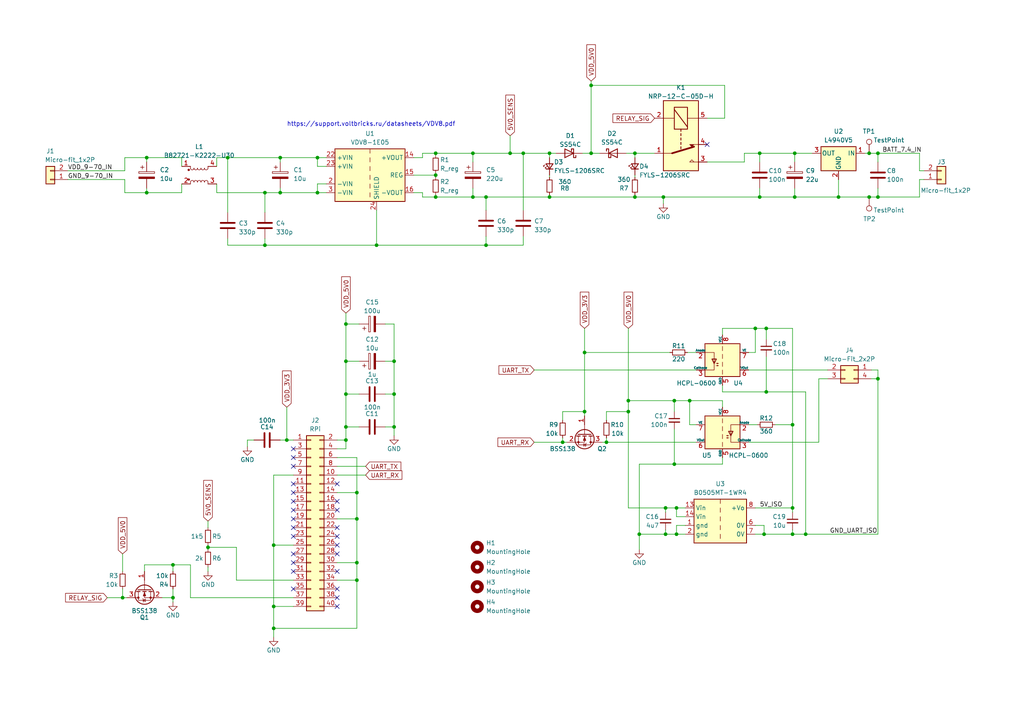
<source format=kicad_sch>
(kicad_sch (version 20231120) (generator "eeschema") (generator_version "8.0")
  (paper "A4")
  (lib_symbols
    (symbol "Conn_02x02_Odd_Even_1" (pin_names (offset 1.016) hide)
      (property "Reference" "J4" (at 1.27 5.715 0))
      (property "Value" "Micro-Fit_2x2P" (at 1.27 3.175 0))
      (symbol "Conn_02x02_Odd_Even_1_1_1"
        (pin passive line (at 7.62 0 180) (length 3.81) (name "Pin_2") (number "1"))
        (pin passive line (at -5.08 0 0) (length 3.81) (name "Pin_1") (number "2"))
        (pin passive line (at -5.08 -2.54 0) (length 3.81) (name "Pin_3") (number "3"))
        (pin passive line (at 7.62 -2.54 180) (length 3.81) (name "Pin_4") (number "4"))
      )
    )
    (symbol "Connector:TestPoint" (pin_numbers hide) (pin_names (offset 0.762) hide)
      (property "Reference" "TP" (at 0 6.858 0))
      (property "Value" "TestPoint" (at 0 5.08 0))
      (symbol "TestPoint_1_1"
        (pin passive line (at 0 0 90) (length 2.54) (name "1") (number "1"))
      )
    )
    (symbol "Connector_Generic:Conn_01x02" (pin_names (offset 1.016) hide)
      (property "Reference" "J" (at 0 2.54 0))
      (property "Value" "Conn_01x02" (at 0 -5.08 0))
      (symbol "Conn_01x02_1_1"
        (pin passive line (at -5.08 0 0) (length 3.81) (name "Pin_1") (number "1"))
        (pin passive line (at -5.08 -2.54 0) (length 3.81) (name "Pin_2") (number "2"))
      )
    )
    (symbol "Connector_Generic:Conn_02x20_Odd_Even" (pin_names (offset 1.016) hide)
      (property "Reference" "J" (at 1.27 25.4 0))
      (property "Value" "Conn_02x20_Odd_Even" (at 1.27 -27.94 0))
      (symbol "Conn_02x20_Odd_Even_1_1"
        (pin passive line (at -5.08 22.86 0) (length 3.81) (name "Pin_1") (number "1"))
        (pin passive line (at 7.62 12.7 180) (length 3.81) (name "Pin_10") (number "10"))
        (pin passive line (at -5.08 10.16 0) (length 3.81) (name "Pin_11") (number "11"))
        (pin passive line (at 7.62 10.16 180) (length 3.81) (name "Pin_12") (number "12"))
        (pin passive line (at -5.08 7.62 0) (length 3.81) (name "Pin_13") (number "13"))
        (pin passive line (at 7.62 7.62 180) (length 3.81) (name "Pin_14") (number "14"))
        (pin passive line (at -5.08 5.08 0) (length 3.81) (name "Pin_15") (number "15"))
        (pin passive line (at 7.62 5.08 180) (length 3.81) (name "Pin_16") (number "16"))
        (pin passive line (at -5.08 2.54 0) (length 3.81) (name "Pin_17") (number "17"))
        (pin passive line (at 7.62 2.54 180) (length 3.81) (name "Pin_18") (number "18"))
        (pin passive line (at -5.08 0 0) (length 3.81) (name "Pin_19") (number "19"))
        (pin passive line (at 7.62 22.86 180) (length 3.81) (name "Pin_2") (number "2"))
        (pin passive line (at 7.62 0 180) (length 3.81) (name "Pin_20") (number "20"))
        (pin passive line (at -5.08 -2.54 0) (length 3.81) (name "Pin_21") (number "21"))
        (pin passive line (at 7.62 -2.54 180) (length 3.81) (name "Pin_22") (number "22"))
        (pin passive line (at -5.08 -5.08 0) (length 3.81) (name "Pin_23") (number "23"))
        (pin passive line (at 7.62 -5.08 180) (length 3.81) (name "Pin_24") (number "24"))
        (pin passive line (at -5.08 -7.62 0) (length 3.81) (name "Pin_25") (number "25"))
        (pin passive line (at 7.62 -7.62 180) (length 3.81) (name "Pin_26") (number "26"))
        (pin passive line (at -5.08 -10.16 0) (length 3.81) (name "Pin_27") (number "27"))
        (pin passive line (at 7.62 -10.16 180) (length 3.81) (name "Pin_28") (number "28"))
        (pin passive line (at -5.08 -12.7 0) (length 3.81) (name "Pin_29") (number "29"))
        (pin passive line (at -5.08 20.32 0) (length 3.81) (name "Pin_3") (number "3"))
        (pin passive line (at 7.62 -12.7 180) (length 3.81) (name "Pin_30") (number "30"))
        (pin passive line (at -5.08 -15.24 0) (length 3.81) (name "Pin_31") (number "31"))
        (pin passive line (at 7.62 -15.24 180) (length 3.81) (name "Pin_32") (number "32"))
        (pin passive line (at -5.08 -17.78 0) (length 3.81) (name "Pin_33") (number "33"))
        (pin passive line (at 7.62 -17.78 180) (length 3.81) (name "Pin_34") (number "34"))
        (pin passive line (at -5.08 -20.32 0) (length 3.81) (name "Pin_35") (number "35"))
        (pin passive line (at 7.62 -20.32 180) (length 3.81) (name "Pin_36") (number "36"))
        (pin passive line (at -5.08 -22.86 0) (length 3.81) (name "Pin_37") (number "37"))
        (pin passive line (at 7.62 -22.86 180) (length 3.81) (name "Pin_38") (number "38"))
        (pin passive line (at -5.08 -25.4 0) (length 3.81) (name "Pin_39") (number "39"))
        (pin passive line (at 7.62 20.32 180) (length 3.81) (name "Pin_4") (number "4"))
        (pin passive line (at 7.62 -25.4 180) (length 3.81) (name "Pin_40") (number "40"))
        (pin passive line (at -5.08 17.78 0) (length 3.81) (name "Pin_5") (number "5"))
        (pin passive line (at 7.62 17.78 180) (length 3.81) (name "Pin_6") (number "6"))
        (pin passive line (at -5.08 15.24 0) (length 3.81) (name "Pin_7") (number "7"))
        (pin passive line (at 7.62 15.24 180) (length 3.81) (name "Pin_8") (number "8"))
        (pin passive line (at -5.08 12.7 0) (length 3.81) (name "Pin_9") (number "9"))
      )
    )
    (symbol "Device:C" (pin_numbers hide) (pin_names (offset 0.254))
      (property "Reference" "C" (at 0.635 2.54 0))
      (property "Value" "C" (at 0.635 -2.54 0))
      (symbol "C_1_1"
        (pin passive line (at 0 3.81 270) (length 2.794) (name "~") (number "1"))
        (pin passive line (at 0 -3.81 90) (length 2.794) (name "~") (number "2"))
      )
    )
    (symbol "Device:C_Polarized" (pin_numbers hide) (pin_names (offset 0.254))
      (property "Reference" "C" (at 0.635 2.54 0))
      (property "Value" "C_Polarized" (at 0.635 -2.54 0))
      (symbol "C_Polarized_1_1"
        (pin passive line (at 0 3.81 270) (length 2.794) (name "~") (number "1"))
        (pin passive line (at 0 -3.81 90) (length 2.794) (name "~") (number "2"))
      )
    )
    (symbol "Device:C_Small" (pin_numbers hide) (pin_names (offset 0.254) hide)
      (property "Reference" "C" (at 0.254 1.778 0))
      (property "Value" "C_Small" (at 0.254 -2.032 0))
      (symbol "C_Small_1_1"
        (pin passive line (at 0 2.54 270) (length 2.032) (name "~") (number "1"))
        (pin passive line (at 0 -2.54 90) (length 2.032) (name "~") (number "2"))
      )
    )
    (symbol "Device:D_Schottky" (pin_numbers hide) (pin_names (offset 1.016) hide)
      (property "Reference" "D" (at 0 2.54 0))
      (property "Value" "D_Schottky" (at 0 -2.54 0))
      (symbol "D_Schottky_1_1"
        (pin passive line (at -3.81 0 0) (length 2.54) (name "K") (number "1"))
        (pin passive line (at 3.81 0 180) (length 2.54) (name "A") (number "2"))
      )
    )
    (symbol "Device:LED_Small" (pin_numbers hide) (pin_names (offset 0.254) hide)
      (property "Reference" "D" (at -1.27 3.175 0))
      (property "Value" "LED_Small" (at -4.445 -2.54 0))
      (symbol "LED_Small_1_1"
        (pin passive line (at -2.54 0 0) (length 1.778) (name "K") (number "1"))
        (pin passive line (at 2.54 0 180) (length 1.778) (name "A") (number "2"))
      )
    )
    (symbol "Device:L_Coupled" (pin_names (offset 0.254) hide)
      (property "Reference" "L1" (at 0 8.255 0))
      (property "Value" "B82721-K2222-U30" (at 0 5.715 0))
      (symbol "L_Coupled_1_1"
        (pin passive line (at -5.08 2.54 0) (length 2.54) (name "1") (number "1"))
        (pin passive line (at -5.08 -2.54 0) (length 2.54) (name "2") (number "2"))
        (pin passive line (at 5.08 -2.54 180) (length 2.54) (name "3") (number "3"))
        (pin passive line (at 5.08 2.54 180) (length 2.54) (name "4") (number "4"))
      )
    )
    (symbol "Device:R_Small" (pin_numbers hide) (pin_names (offset 0.254) hide)
      (property "Reference" "R" (at 0.762 0.508 0))
      (property "Value" "R_Small" (at 0.762 -1.016 0))
      (symbol "R_Small_1_1"
        (pin passive line (at 0 2.54 270) (length 0.762) (name "~") (number "1"))
        (pin passive line (at 0 -2.54 90) (length 0.762) (name "~") (number "2"))
      )
    )
    (symbol "HCPL-0630_1" (pin_names (offset 0))
      (property "Reference" "U46" (at 3.175 -6.35 0))
      (property "Value" "HCPL-0600" (at -13.335 -6.35 0))
      (symbol "HCPL-0630_1_1_1"
        (pin passive line (at -7.62 2.54 0) (length 2.54) (name "Anode") (number "2"))
        (pin passive line (at -7.62 -2.54 0) (length 2.54) (name "Cathode") (number "3"))
        (pin power_in line (at 0 -6.985 90) (length 2.54) (name "GND") (number "5"))
        (pin open_collector line (at 7.62 -2.54 180) (length 2.54) (name "VOut") (number "6"))
        (pin open_collector line (at 7.62 2.54 180) (length 2.54) (name "VE") (number "7"))
        (pin power_in line (at 0 7.62 270) (length 2.54) (name "VCC") (number "8"))
      )
    )
    (symbol "ISO1050DUB_1"
      (property "Reference" "U4" (at 0 9.525 0))
      (property "Value" "ISO1050DUB" (at 0 6.985 0))
      (symbol "ISO1050DUB_1_1_1"
        (pin input line (at -10.16 -2.54 0) (length 2.54) (name "gnd") (number "1"))
        (pin power_in line (at -10.16 2.54 0) (length 2.54) (name "Vin") (number "13"))
        (pin output line (at -10.16 0 0) (length 2.54) (name "Vin") (number "14"))
        (pin power_in line (at -10.16 -5.08 0) (length 2.54) (name "gnd") (number "2"))
        (pin power_in line (at 10.16 -2.54 180) (length 2.54) (name "0V") (number "6"))
        (pin power_in line (at 10.16 -5.08 180) (length 2.54) (name "0V") (number "7"))
        (pin bidirectional line (at 10.16 2.54 180) (length 2.54) (name "+Vo") (number "8"))
      )
    )
    (symbol "Mechanical:MountingHole" (pin_names (offset 1.016))
      (property "Reference" "H" (at 0 5.08 0))
      (property "Value" "MountingHole" (at 0 3.175 0))
    )
    (symbol "Regulator_Linear:L7805" (pin_names (offset 0.254))
      (property "Reference" "U" (at -3.81 3.175 0))
      (property "Value" "L7805" (at 0 3.175 0))
      (symbol "L7805_1_1"
        (pin power_in line (at -7.62 0 0) (length 2.54) (name "IN") (number "1"))
        (pin power_in line (at 0 -7.62 90) (length 2.54) (name "GND") (number "2"))
        (pin power_out line (at 7.62 0 180) (length 2.54) (name "OUT") (number "3"))
      )
    )
    (symbol "Relay:SANYOU_SRD_Form_C"
      (property "Reference" "K" (at 11.43 3.81 0))
      (property "Value" "SANYOU_SRD_Form_C" (at 11.43 1.27 0))
      (symbol "SANYOU_SRD_Form_C_1_1"
        (pin passive line (at 5.08 -7.62 90) (length 2.54) (name "~") (number "1"))
        (pin passive line (at -5.08 -7.62 90) (length 2.54) (name "~") (number "2"))
        (pin passive line (at 7.62 7.62 270) (length 2.54) (name "~") (number "3"))
        (pin passive line (at 2.54 7.62 270) (length 2.54) (name "~") (number "4"))
        (pin passive line (at -5.08 7.62 270) (length 2.54) (name "~") (number "5"))
      )
    )
    (symbol "TMR-1211_1"
      (property "Reference" "U1" (at 0 12.065 0))
      (property "Value" "VDV8-1E05" (at 0 9.525 0))
      (symbol "TMR-1211_1_1_1"
        (pin power_out line (at 12.7 5.08 180) (length 2.54) (name "+VOUT") (number "14"))
        (pin power_out line (at 12.7 0 180) (length 2.54) (name "REG") (number "15"))
        (pin power_out line (at 12.7 -5.08 180) (length 2.54) (name "-VOUT") (number "16"))
        (pin power_in line (at -12.7 -2.54 0) (length 2.54) (name "-VIN") (number "2"))
        (pin power_in line (at -12.7 5.08 0) (length 2.54) (name "+VIN") (number "22"))
        (pin power_in line (at -12.7 2.54 0) (length 2.54) (name "+VIN") (number "23"))
        (pin bidirectional line (at 1.905 -10.16 90) (length 2.54) (name "SHIELD") (number "24"))
        (pin power_in line (at -12.7 -5.08 0) (length 2.54) (name "-VIN") (number "3"))
      )
    )
    (symbol "Transistor_FET:BSS138" (pin_names hide)
      (property "Reference" "Q" (at 5.08 1.905 0))
      (property "Value" "BSS138" (at 5.08 0 0))
      (symbol "BSS138_1_1"
        (pin input line (at -5.08 0 0) (length 2.54) (name "G") (number "1"))
        (pin passive line (at 2.54 -5.08 90) (length 2.54) (name "S") (number "2"))
        (pin passive line (at 2.54 5.08 270) (length 2.54) (name "D") (number "3"))
      )
    )
    (symbol "power:GND" (power) (pin_names (offset 0))
      (property "Value" "GND" (at 0 -3.81 0))
      (symbol "GND_1_1"
        (pin power_in line (at 0 0 270) (length 0) hide (name "GND") (number "1"))
      )
    )
  )
  (junction (at 140.97 71.12))
  (junction (at 169.545 102.235))
  (junction (at 252.095 57.15))
  (junction (at 233.68 154.94))
  (junction (at 222.25 113.665))
  (junction (at 182.245 119.38))
  (junction (at 230.505 57.15))
  (junction (at 163.195 128.27))
  (junction (at 175.895 128.27))
  (junction (at 171.45 24.765))
  (junction (at 159.385 44.45))
  (junction (at 137.16 57.15))
  (junction (at 221.615 154.94))
  (junction (at 114.3 114.3))
  (junction (at 229.87 123.19))
  (junction (at 196.215 147.32))
  (junction (at 229.87 147.32))
  (junction (at 182.245 116.205))
  (junction (at 252.095 44.45))
  (junction (at 103.505 168.275))
  (junction (at 169.545 119.38))
  (junction (at 50.165 163.83))
  (junction (at 76.835 55.88))
  (junction (at 79.375 175.895))
  (junction (at 100.33 114.3))
  (junction (at 137.16 44.45))
  (junction (at 109.22 71.12))
  (junction (at 66.04 45.72))
  (junction (at 126.365 44.45))
  (junction (at 103.505 142.875))
  (junction (at 103.505 150.495))
  (junction (at 192.405 57.15))
  (junction (at 92.075 55.88))
  (junction (at 42.545 45.72))
  (junction (at 184.15 44.45))
  (junction (at 230.505 44.45))
  (junction (at 83.185 127.635))
  (junction (at 100.33 123.825))
  (junction (at 159.385 57.15))
  (junction (at 100.33 104.775))
  (junction (at 195.58 116.205))
  (junction (at 103.505 163.195))
  (junction (at 92.075 45.72))
  (junction (at 254.635 44.45))
  (junction (at 220.345 44.45))
  (junction (at 193.04 147.32))
  (junction (at 114.3 123.825))
  (junction (at 200.025 116.205))
  (junction (at 229.87 154.94))
  (junction (at 151.765 44.45))
  (junction (at 140.97 57.15))
  (junction (at 126.365 50.8))
  (junction (at 171.45 44.45))
  (junction (at 147.955 44.45))
  (junction (at 79.375 158.115))
  (junction (at 193.04 154.94))
  (junction (at 60.325 158.75))
  (junction (at 126.365 57.15))
  (junction (at 81.28 45.72))
  (junction (at 184.15 57.15))
  (junction (at 220.345 57.15))
  (junction (at 114.3 104.775))
  (junction (at 185.42 154.94))
  (junction (at 196.215 154.94))
  (junction (at 81.28 55.88))
  (junction (at 222.25 95.25))
  (junction (at 243.205 57.15))
  (junction (at 254.635 109.855))
  (junction (at 42.545 55.88))
  (junction (at 35.56 173.355))
  (junction (at 219.075 95.25))
  (junction (at 195.58 134.62))
  (junction (at 254.635 57.15))
  (junction (at 100.33 93.98))
  (junction (at 50.165 173.355))
  (junction (at 100.33 127.635))
  (junction (at 76.835 71.12))
  (junction (at 79.375 182.245))
  (no_connect (at 97.79 165.735))
  (no_connect (at 85.09 150.495))
  (no_connect (at 85.09 140.335))
  (no_connect (at 97.79 145.415))
  (no_connect (at 97.79 173.355))
  (no_connect (at 97.79 147.955))
  (no_connect (at 85.09 130.175))
  (no_connect (at 97.79 155.575))
  (no_connect (at 205.105 41.91))
  (no_connect (at 85.09 135.255))
  (no_connect (at 85.09 153.035))
  (no_connect (at 85.09 163.195))
  (no_connect (at 85.09 165.735))
  (no_connect (at 97.79 140.335))
  (no_connect (at 85.09 147.955))
  (no_connect (at 85.09 132.715))
  (no_connect (at 85.09 142.875))
  (no_connect (at 85.09 145.415))
  (no_connect (at 85.09 155.575))
  (no_connect (at 97.79 175.895))
  (no_connect (at 97.79 160.655))
  (no_connect (at 97.79 158.115))
  (no_connect (at 85.09 170.815))
  (no_connect (at 97.79 170.815))
  (no_connect (at 85.09 160.655))
  (no_connect (at 97.79 153.035))
  (wire (pts (xy 171.45 24.765) (xy 171.45 44.45)))
  (wire (pts (xy 76.835 71.12) (xy 66.04 71.12)))
  (wire (pts (xy 266.7 44.45) (xy 266.7 49.53)))
  (wire (pts (xy 50.165 173.355) (xy 50.165 170.815)))
  (wire (pts (xy 62.865 55.88) (xy 76.835 55.88)))
  (wire (pts (xy 169.545 95.25) (xy 169.545 102.235)))
  (wire (pts (xy 184.15 56.515) (xy 184.15 57.15)))
  (wire (pts (xy 210.185 24.765) (xy 171.45 24.765)))
  (wire (pts (xy 36.195 49.53) (xy 19.685 49.53)))
  (wire (pts (xy 97.79 127.635) (xy 100.33 127.635)))
  (wire (pts (xy 126.365 57.15) (xy 137.16 57.15)))
  (wire (pts (xy 159.385 50.8) (xy 159.385 51.435)))
  (wire (pts (xy 193.04 153.67) (xy 193.04 154.94)))
  (wire (pts (xy 220.345 57.15) (xy 230.505 57.15)))
  (wire (pts (xy 52.705 48.26) (xy 52.705 45.72)))
  (wire (pts (xy 171.45 44.45) (xy 173.99 44.45)))
  (wire (pts (xy 182.245 119.38) (xy 182.245 147.32)))
  (wire (pts (xy 106.045 135.255) (xy 97.79 135.255)))
  (wire (pts (xy 94.615 53.34) (xy 92.075 53.34)))
  (wire (pts (xy 196.215 147.32) (xy 193.04 147.32)))
  (wire (pts (xy 196.215 154.94) (xy 193.04 154.94)))
  (wire (pts (xy 182.245 95.25) (xy 182.245 116.205)))
  (wire (pts (xy 199.39 102.235) (xy 201.93 102.235)))
  (wire (pts (xy 219.075 102.235) (xy 219.075 95.25)))
  (wire (pts (xy 92.075 53.34) (xy 92.075 55.88)))
  (wire (pts (xy 266.7 52.07) (xy 266.7 57.15)))
  (wire (pts (xy 103.505 132.715) (xy 103.505 142.875)))
  (wire (pts (xy 31.115 173.355) (xy 35.56 173.355)))
  (wire (pts (xy 198.755 147.32) (xy 196.215 147.32)))
  (wire (pts (xy 100.33 123.825) (xy 100.33 127.635)))
  (wire (pts (xy 233.68 113.665) (xy 233.68 154.94)))
  (wire (pts (xy 209.55 118.11) (xy 209.55 116.205)))
  (wire (pts (xy 184.15 57.15) (xy 192.405 57.15)))
  (wire (pts (xy 164.465 128.27) (xy 163.195 128.27)))
  (wire (pts (xy 71.755 127.635) (xy 73.66 127.635)))
  (wire (pts (xy 42.545 55.88) (xy 36.195 55.88)))
  (wire (pts (xy 151.765 44.45) (xy 147.955 44.45)))
  (wire (pts (xy 163.195 128.27) (xy 163.195 127)))
  (wire (pts (xy 100.33 90.805) (xy 100.33 93.98)))
  (wire (pts (xy 52.705 55.88) (xy 42.545 55.88)))
  (wire (pts (xy 192.405 57.15) (xy 220.345 57.15)))
  (wire (pts (xy 35.56 160.655) (xy 35.56 165.735)))
  (wire (pts (xy 229.87 154.94) (xy 233.68 154.94)))
  (wire (pts (xy 100.33 114.3) (xy 104.14 114.3)))
  (wire (pts (xy 237.49 128.27) (xy 217.17 128.27)))
  (wire (pts (xy 120.015 55.88) (xy 122.555 55.88)))
  (wire (pts (xy 159.385 57.15) (xy 184.15 57.15)))
  (wire (pts (xy 254.635 44.45) (xy 254.635 46.99)))
  (wire (pts (xy 185.42 154.94) (xy 185.42 159.385)))
  (wire (pts (xy 205.105 34.29) (xy 210.185 34.29)))
  (wire (pts (xy 97.79 150.495) (xy 103.505 150.495)))
  (wire (pts (xy 209.55 113.665) (xy 222.25 113.665)))
  (wire (pts (xy 252.095 57.15) (xy 254.635 57.15)))
  (wire (pts (xy 230.505 54.61) (xy 230.505 57.15)))
  (wire (pts (xy 120.015 50.8) (xy 126.365 50.8)))
  (wire (pts (xy 126.365 44.45) (xy 137.16 44.45)))
  (wire (pts (xy 81.28 127.635) (xy 83.185 127.635)))
  (wire (pts (xy 79.375 158.115) (xy 85.09 158.115)))
  (wire (pts (xy 79.375 158.115) (xy 79.375 175.895)))
  (wire (pts (xy 229.87 153.67) (xy 229.87 154.94)))
  (wire (pts (xy 151.765 44.45) (xy 159.385 44.45)))
  (wire (pts (xy 151.765 44.45) (xy 151.765 60.96)))
  (wire (pts (xy 103.505 163.195) (xy 103.505 168.275)))
  (wire (pts (xy 100.33 123.825) (xy 104.14 123.825)))
  (wire (pts (xy 224.79 123.19) (xy 229.87 123.19)))
  (wire (pts (xy 104.14 104.775) (xy 100.33 104.775)))
  (wire (pts (xy 83.185 118.11) (xy 83.185 127.635)))
  (wire (pts (xy 169.545 119.38) (xy 163.195 119.38)))
  (wire (pts (xy 60.325 164.465) (xy 60.325 165.735)))
  (wire (pts (xy 92.075 48.26) (xy 92.075 45.72)))
  (wire (pts (xy 168.91 44.45) (xy 171.45 44.45)))
  (wire (pts (xy 140.97 57.15) (xy 159.385 57.15)))
  (wire (pts (xy 41.91 163.83) (xy 41.91 165.735)))
  (wire (pts (xy 254.635 57.15) (xy 266.7 57.15)))
  (wire (pts (xy 254.635 54.61) (xy 254.635 57.15)))
  (wire (pts (xy 122.555 44.45) (xy 126.365 44.45)))
  (wire (pts (xy 233.68 154.94) (xy 254.635 154.94)))
  (wire (pts (xy 215.9 46.99) (xy 205.105 46.99)))
  (wire (pts (xy 81.28 45.72) (xy 92.075 45.72)))
  (wire (pts (xy 182.245 147.32) (xy 193.04 147.32)))
  (wire (pts (xy 210.185 34.29) (xy 210.185 24.765)))
  (wire (pts (xy 252.095 44.45) (xy 250.825 44.45)))
  (wire (pts (xy 151.765 68.58) (xy 151.765 71.12)))
  (wire (pts (xy 175.895 119.38) (xy 182.245 119.38)))
  (wire (pts (xy 219.075 95.25) (xy 222.25 95.25)))
  (wire (pts (xy 193.04 147.32) (xy 193.04 148.59)))
  (wire (pts (xy 137.16 44.45) (xy 137.16 46.99)))
  (wire (pts (xy 62.865 55.88) (xy 62.865 53.34)))
  (wire (pts (xy 222.25 98.425) (xy 222.25 95.25)))
  (wire (pts (xy 195.58 116.205) (xy 200.025 116.205)))
  (wire (pts (xy 237.49 109.855) (xy 240.03 109.855)))
  (wire (pts (xy 79.375 137.795) (xy 79.375 158.115)))
  (wire (pts (xy 120.015 45.72) (xy 122.555 45.72)))
  (wire (pts (xy 62.865 45.72) (xy 62.865 48.26)))
  (wire (pts (xy 140.97 71.12) (xy 140.97 68.58)))
  (wire (pts (xy 66.04 45.72) (xy 81.28 45.72)))
  (wire (pts (xy 266.7 49.53) (xy 267.97 49.53)))
  (wire (pts (xy 114.3 93.98) (xy 114.3 104.775)))
  (wire (pts (xy 137.16 57.15) (xy 140.97 57.15)))
  (wire (pts (xy 50.165 173.355) (xy 50.165 174.625)))
  (wire (pts (xy 198.755 154.94) (xy 196.215 154.94)))
  (wire (pts (xy 79.375 182.245) (xy 79.375 175.895)))
  (wire (pts (xy 184.15 50.8) (xy 184.15 51.435)))
  (wire (pts (xy 68.58 168.275) (xy 85.09 168.275)))
  (wire (pts (xy 36.195 55.88) (xy 36.195 52.07)))
  (wire (pts (xy 81.28 55.88) (xy 81.28 54.61)))
  (wire (pts (xy 109.22 71.12) (xy 109.22 60.96)))
  (wire (pts (xy 175.895 119.38) (xy 175.895 121.92)))
  (wire (pts (xy 195.58 124.46) (xy 195.58 134.62)))
  (wire (pts (xy 230.505 57.15) (xy 243.205 57.15)))
  (wire (pts (xy 92.075 55.88) (xy 94.615 55.88)))
  (wire (pts (xy 209.55 113.665) (xy 209.55 111.76)))
  (wire (pts (xy 229.87 147.32) (xy 229.87 148.59)))
  (wire (pts (xy 122.555 45.72) (xy 122.555 44.45)))
  (wire (pts (xy 76.835 55.88) (xy 76.835 61.595)))
  (wire (pts (xy 219.075 152.4) (xy 221.615 152.4)))
  (wire (pts (xy 220.345 54.61) (xy 220.345 57.15)))
  (wire (pts (xy 111.76 93.98) (xy 114.3 93.98)))
  (wire (pts (xy 154.94 128.27) (xy 163.195 128.27)))
  (wire (pts (xy 83.185 127.635) (xy 85.09 127.635)))
  (wire (pts (xy 100.33 104.775) (xy 100.33 114.3)))
  (wire (pts (xy 41.91 163.83) (xy 50.165 163.83)))
  (wire (pts (xy 76.835 55.88) (xy 81.28 55.88)))
  (wire (pts (xy 222.25 95.25) (xy 229.87 95.25)))
  (wire (pts (xy 100.33 93.98) (xy 104.14 93.98)))
  (wire (pts (xy 140.97 57.15) (xy 140.97 60.96)))
  (wire (pts (xy 114.3 104.775) (xy 114.3 114.3)))
  (wire (pts (xy 196.215 149.86) (xy 196.215 147.32)))
  (wire (pts (xy 76.835 69.215) (xy 76.835 71.12)))
  (wire (pts (xy 97.79 130.175) (xy 100.33 130.175)))
  (wire (pts (xy 52.705 45.72) (xy 42.545 45.72)))
  (wire (pts (xy 215.9 44.45) (xy 220.345 44.45)))
  (wire (pts (xy 109.22 71.12) (xy 140.97 71.12)))
  (wire (pts (xy 111.76 123.825) (xy 114.3 123.825)))
  (wire (pts (xy 185.42 154.94) (xy 193.04 154.94)))
  (wire (pts (xy 200.025 116.205) (xy 209.55 116.205)))
  (wire (pts (xy 100.33 93.98) (xy 100.33 104.775)))
  (wire (pts (xy 50.165 163.83) (xy 55.245 163.83)))
  (wire (pts (xy 229.87 95.25) (xy 229.87 123.19)))
  (wire (pts (xy 209.55 134.62) (xy 209.55 132.715)))
  (wire (pts (xy 198.755 149.86) (xy 196.215 149.86)))
  (wire (pts (xy 126.365 50.165) (xy 126.365 50.8)))
  (wire (pts (xy 209.55 97.155) (xy 209.55 95.25)))
  (wire (pts (xy 92.075 45.72) (xy 94.615 45.72)))
  (wire (pts (xy 254.635 109.855) (xy 254.635 107.315)))
  (wire (pts (xy 60.325 158.75) (xy 60.325 159.385)))
  (wire (pts (xy 55.245 173.355) (xy 85.09 173.355)))
  (wire (pts (xy 169.545 119.38) (xy 169.545 120.65)))
  (wire (pts (xy 122.555 55.88) (xy 122.555 57.15)))
  (wire (pts (xy 220.345 44.45) (xy 230.505 44.45)))
  (wire (pts (xy 60.325 158.75) (xy 68.58 158.75)))
  (wire (pts (xy 126.365 57.15) (xy 126.365 56.515)))
  (wire (pts (xy 221.615 154.94) (xy 219.075 154.94)))
  (wire (pts (xy 175.895 128.27) (xy 175.895 127)))
  (wire (pts (xy 114.3 123.825) (xy 114.3 126.365)))
  (wire (pts (xy 200.025 123.19) (xy 200.025 116.205)))
  (wire (pts (xy 111.76 104.775) (xy 114.3 104.775)))
  (wire (pts (xy 106.045 137.795) (xy 97.79 137.795)))
  (wire (pts (xy 182.245 116.205) (xy 195.58 116.205)))
  (wire (pts (xy 222.25 113.665) (xy 233.68 113.665)))
  (wire (pts (xy 229.87 154.94) (xy 221.615 154.94)))
  (wire (pts (xy 254.635 44.45) (xy 252.095 44.45)))
  (wire (pts (xy 46.99 173.355) (xy 50.165 173.355)))
  (wire (pts (xy 174.625 128.27) (xy 175.895 128.27)))
  (wire (pts (xy 217.17 123.19) (xy 219.71 123.19)))
  (wire (pts (xy 42.545 55.88) (xy 42.545 54.61)))
  (wire (pts (xy 81.28 45.72) (xy 81.28 46.99)))
  (wire (pts (xy 254.635 109.855) (xy 254.635 154.94)))
  (wire (pts (xy 221.615 152.4) (xy 221.615 154.94)))
  (wire (pts (xy 266.7 52.07) (xy 267.97 52.07)))
  (wire (pts (xy 42.545 45.72) (xy 42.545 46.99)))
  (wire (pts (xy 195.58 119.38) (xy 195.58 116.205)))
  (wire (pts (xy 100.33 114.3) (xy 100.33 123.825)))
  (wire (pts (xy 137.16 54.61) (xy 137.16 57.15)))
  (wire (pts (xy 230.505 44.45) (xy 230.505 46.99)))
  (wire (pts (xy 79.375 175.895) (xy 85.09 175.895)))
  (wire (pts (xy 81.28 55.88) (xy 92.075 55.88)))
  (wire (pts (xy 254.635 107.315) (xy 252.73 107.315)))
  (wire (pts (xy 169.545 102.235) (xy 169.545 119.38)))
  (wire (pts (xy 52.705 53.34) (xy 52.705 55.88)))
  (wire (pts (xy 35.56 173.355) (xy 35.56 170.815)))
  (wire (pts (xy 181.61 44.45) (xy 184.15 44.45)))
  (wire (pts (xy 100.33 127.635) (xy 100.33 130.175)))
  (wire (pts (xy 97.79 142.875) (xy 103.505 142.875)))
  (wire (pts (xy 159.385 44.45) (xy 161.29 44.45)))
  (wire (pts (xy 209.55 95.25) (xy 219.075 95.25)))
  (wire (pts (xy 147.955 39.37) (xy 147.955 44.45)))
  (wire (pts (xy 79.375 137.795) (xy 85.09 137.795)))
  (wire (pts (xy 103.505 182.245) (xy 79.375 182.245)))
  (wire (pts (xy 254.635 44.45) (xy 266.7 44.45)))
  (wire (pts (xy 97.79 168.275) (xy 103.505 168.275)))
  (wire (pts (xy 126.365 50.8) (xy 126.365 51.435)))
  (wire (pts (xy 60.325 158.115) (xy 60.325 158.75)))
  (wire (pts (xy 103.505 142.875) (xy 103.505 150.495)))
  (wire (pts (xy 198.755 152.4) (xy 196.215 152.4)))
  (wire (pts (xy 94.615 48.26) (xy 92.075 48.26)))
  (wire (pts (xy 76.835 71.12) (xy 109.22 71.12)))
  (wire (pts (xy 159.385 56.515) (xy 159.385 57.15)))
  (wire (pts (xy 103.505 150.495) (xy 103.505 163.195)))
  (wire (pts (xy 103.505 168.275) (xy 103.505 182.245)))
  (wire (pts (xy 140.97 71.12) (xy 151.765 71.12)))
  (wire (pts (xy 114.3 114.3) (xy 114.3 123.825)))
  (wire (pts (xy 184.15 44.45) (xy 184.15 45.72)))
  (wire (pts (xy 163.195 119.38) (xy 163.195 121.92)))
  (wire (pts (xy 171.45 23.495) (xy 171.45 24.765)))
  (wire (pts (xy 185.42 134.62) (xy 195.58 134.62)))
  (wire (pts (xy 66.04 45.72) (xy 66.04 61.595)))
  (wire (pts (xy 159.385 44.45) (xy 159.385 45.72)))
  (wire (pts (xy 126.365 44.45) (xy 126.365 45.085)))
  (wire (pts (xy 36.195 45.72) (xy 36.195 49.53)))
  (wire (pts (xy 252.73 109.855) (xy 254.635 109.855)))
  (wire (pts (xy 71.755 127.635) (xy 71.755 129.54)))
  (wire (pts (xy 79.375 182.245) (xy 79.375 184.785)))
  (wire (pts (xy 222.25 103.505) (xy 222.25 113.665)))
  (wire (pts (xy 68.58 158.75) (xy 68.58 168.275)))
  (wire (pts (xy 122.555 57.15) (xy 126.365 57.15)))
  (wire (pts (xy 97.79 163.195) (xy 103.505 163.195)))
  (wire (pts (xy 196.215 152.4) (xy 196.215 154.94)))
  (wire (pts (xy 175.895 128.27) (xy 201.93 128.27)))
  (wire (pts (xy 55.245 163.83) (xy 55.245 173.355)))
  (wire (pts (xy 147.955 44.45) (xy 137.16 44.45)))
  (wire (pts (xy 220.345 44.45) (xy 220.345 46.99)))
  (wire (pts (xy 230.505 44.45) (xy 235.585 44.45)))
  (wire (pts (xy 111.76 114.3) (xy 114.3 114.3)))
  (wire (pts (xy 19.685 52.07) (xy 36.195 52.07)))
  (wire (pts (xy 169.545 102.235) (xy 194.31 102.235)))
  (wire (pts (xy 217.17 107.315) (xy 240.03 107.315)))
  (wire (pts (xy 182.245 116.205) (xy 182.245 119.38)))
  (wire (pts (xy 217.17 102.235) (xy 219.075 102.235)))
  (wire (pts (xy 201.93 123.19) (xy 200.025 123.19)))
  (wire (pts (xy 66.04 71.12) (xy 66.04 69.215)))
  (wire (pts (xy 42.545 45.72) (xy 36.195 45.72)))
  (wire (pts (xy 192.405 57.15) (xy 192.405 59.055)))
  (wire (pts (xy 215.9 44.45) (xy 215.9 46.99)))
  (wire (pts (xy 97.79 132.715) (xy 103.505 132.715)))
  (wire (pts (xy 185.42 134.62) (xy 185.42 154.94)))
  (wire (pts (xy 60.325 151.13) (xy 60.325 153.035)))
  (wire (pts (xy 36.83 173.355) (xy 35.56 173.355)))
  (wire (pts (xy 243.205 52.07) (xy 243.205 57.15)))
  (wire (pts (xy 229.87 147.32) (xy 219.075 147.32)))
  (wire (pts (xy 184.15 44.45) (xy 189.865 44.45)))
  (wire (pts (xy 243.205 57.15) (xy 252.095 57.15)))
  (wire (pts (xy 237.49 109.855) (xy 237.49 128.27)))
  (wire (pts (xy 195.58 134.62) (xy 209.55 134.62)))
  (wire (pts (xy 154.94 107.315) (xy 201.93 107.315)))
  (wire (pts (xy 50.165 163.83) (xy 50.165 165.735)))
  (wire (pts (xy 229.87 123.19) (xy 229.87 147.32)))
  (wire (pts (xy 62.865 45.72) (xy 66.04 45.72)))
  (text "https://support.voltbricks.ru/datasheets/VDV8.pdf" (at 83.185 36.83 0) (effects (font (size 1.27 1.27)) (justify left bottom)))
  (label "GND_9-70_IN" (at 19.685 52.07 0))
  (label "GND_UART_ISO" (at 240.665 154.94 0))
  (label "BATT_7.4_IN" (at 255.905 44.45 0))
  (label "5V_ISO" (at 220.345 147.32 0))
  (label "VDD_9-70_IN" (at 19.685 49.53 0))
  (global_label "RELAY_SIG" (shape input) (at 189.865 34.29 180) (property "Intersheetrefs" "${INTERSHEET_REFS}" (effects (hide yes))))
  (global_label "VDD_3V3" (shape input) (at 169.545 95.25 90) (property "Intersheetrefs" "${INTERSHEET_REFS}" (effects (hide yes))))
  (global_label "VDD_5V0" (shape input) (at 182.245 95.25 90) (property "Intersheetrefs" "${INTERSHEET_REFS}" (effects (hide yes))))
  (global_label "UART_TX" (shape input) (at 106.045 135.255 0) (property "Intersheetrefs" "${INTERSHEET_REFS}" (effects (hide yes))))
  (global_label "5V0_SENS" (shape input) (at 147.955 39.37 90) (property "Intersheetrefs" "${INTERSHEET_REFS}" (effects (hide yes))))
  (global_label "VDD_5V0" (shape input) (at 35.56 160.655 90) (property "Intersheetrefs" "${INTERSHEET_REFS}" (effects (hide yes))))
  (global_label "VDD_3V3" (shape input) (at 83.185 118.11 90) (property "Intersheetrefs" "${INTERSHEET_REFS}" (effects (hide yes))))
  (global_label "RELAY_SIG" (shape input) (at 31.115 173.355 180) (property "Intersheetrefs" "${INTERSHEET_REFS}" (effects (hide yes))))
  (global_label "5V0_SENS" (shape input) (at 60.325 151.13 90) (property "Intersheetrefs" "${INTERSHEET_REFS}" (effects (hide yes))))
  (global_label "VDD_5V0" (shape input) (at 100.33 90.805 90) (property "Intersheetrefs" "${INTERSHEET_REFS}" (effects (hide yes))))
  (global_label "UART_TX" (shape input) (at 154.94 107.315 180) (property "Intersheetrefs" "${INTERSHEET_REFS}" (effects (hide yes))))
  (global_label "VDD_5V0" (shape input) (at 171.45 23.495 90) (property "Intersheetrefs" "${INTERSHEET_REFS}" (effects (hide yes))))
  (global_label "UART_RX" (shape input) (at 106.045 137.795 0) (property "Intersheetrefs" "${INTERSHEET_REFS}" (effects (hide yes))))
  (global_label "UART_RX" (shape input) (at 154.94 128.27 180) (property "Intersheetrefs" "${INTERSHEET_REFS}" (effects (hide yes))))
  (symbol (lib_id "Device:C_Polarized") (at 137.16 50.8 0) (unit 1)
    (property "Reference" "C5" (at 140.97 49.276 0) (effects (justify left)))
    (property "Value" "220u" (at 140.97 51.816 0) (effects (justify left)))
    (property "Footprint" "Capacitor_THT:CP_Radial_D10.0mm_P5.00mm" (effects (hide yes)))
    (property "Ссылка" "https://www.chipdip.ru/product0/9000239379" (effects (hide yes)))
    (property "Цена" "52" (effects (hide yes)))
    (property "Человекопонятное название" "Конденсатор электролитический" (effects (hide yes)))
  )
  (symbol (lib_id "Device:LED_Small") (at 184.15 48.26 90) (unit 1)
    (property "Reference" "D4" (at 185.42 48.26 90) (effects (justify right)))
    (property "Value" "FYLS-1206SRC" (at 185.42 50.8 90) (effects (justify right)))
    (property "Footprint" "Diode_SMD:D_1206_3216Metric" (effects (hide yes)))
    (property "Ссылка" "https://www.chipdip.ru/product0/8002031702" (effects (hide yes)))
    (property "Цена" "38" (effects (hide yes)))
    (property "Человекопонятное название" "Светодиод красный" (effects (hide yes)))
  )
  (symbol (lib_id "Mechanical:MountingHole") (at 138.43 170.18 0) (unit 1)
    (property "Reference" "H3" (at 140.97 168.91 0) (effects (justify left)))
    (property "Value" "MountingHole" (at 140.97 171.45 0) (effects (justify left)))
    (property "Footprint" "MountingHole:MountingHole_2.7mm_M2.5_Pad_Via" (effects (hide yes)))
  )
  (symbol (lib_id "Device:C") (at 107.95 114.3 90) (unit 1)
    (property "Reference" "C13" (at 109.855 110.49 90) (effects (justify left)))
    (property "Value" "1u" (at 109.22 108.585 90) (effects (justify left)))
    (property "Footprint" "Capacitor_SMD:C_1206_3216Metric" (effects (hide yes)))
    (property "Ссылка" "https://www.chipdip.ru/product/grm31mr71e105k" (effects (hide yes)))
    (property "Цена" "25" (effects (hide yes)))
    (property "Человекопонятное название" "Конденсатор керамический" (effects (hide yes)))
  )
  (symbol (lib_id "Device:R_Small") (at 50.165 168.275 180) (unit 1)
    (property "Reference" "R4" (at 48.895 169.545 0) (effects (justify left)))
    (property "Value" "10k" (at 48.895 167.005 0) (effects (justify left)))
    (property "Footprint" "Resistor_SMD:R_0805_2012Metric" (effects (hide yes)))
    (property "Ссылка" "https://www.chipdip.ru/product/0.125w-0805-10-kom-5" (effects (hide yes)))
    (property "Цена" "5" (effects (hide yes)))
    (property "Человекопонятное название" "Резистор 10k Ом" (effects (hide yes)))
  )
  (symbol (lib_id "Device:R_Small") (at 60.325 155.575 180) (unit 1)
    (property "Reference" "R5" (at 62.865 155.575 0))
    (property "Value" "1k5" (at 57.15 155.575 0))
    (property "Footprint" "Resistor_SMD:R_0603_1608Metric" (effects (hide yes)))
    (property "Ссылка" "https://www.chipdip.ru/product/0.1w-0603-1.5-kom-1" (effects (hide yes)))
    (property "Цена" "5" (effects (hide yes)))
    (property "Человекопонятное название" "Резистор 1К ОМ" (effects (hide yes)))
  )
  (symbol (lib_id "Connector:TestPoint") (at 252.095 44.45 0) (unit 1)
    (property "Reference" "TP1" (at 250.19 38.1 0) (effects (justify left)))
    (property "Value" "TestPoint" (at 253.365 40.64 0) (effects (justify left)))
    (property "Footprint" "TestPoint:TestPoint_THTPad_1.5x1.5mm_Drill0.7mm" (effects (hide yes)))
  )
  (symbol (lib_id "Transistor_FET:BSS138") (at 41.91 170.815 90) (mirror x) (unit 1)
    (property "Reference" "Q1" (at 41.91 179.07 90))
    (property "Value" "BSS138" (at 41.91 177.165 90))
    (property "Footprint" "Package_TO_SOT_SMD:SOT-23" (effects (hide yes)))
    (property "Datasheet" "https://www.onsemi.com/pub/Collateral/BSS138-D.PDF" (effects (hide yes)))
    (property "Ссылка" "https://www.chipdip.ru/product/bss138-umw" (effects (hide yes)))
    (property "Цена" "3" (effects (hide yes)))
    (property "Человекопонятное название" "Транзистор полевой n типа" (effects (hide yes)))
  )
  (symbol (lib_id "power:GND") (at 79.375 184.785 0) (unit 1)
    (property "Reference" "#PWR02" (effects (hide yes)))
    (property "Value" "GND" (at 79.375 188.595 0))
  )
  (symbol (lib_id "Connector_Generic:Conn_01x02") (at 273.05 52.07 0) (mirror x) (unit 1)
    (property "Reference" "J3" (at 273.05 46.99 0))
    (property "Value" "Micro-fit_1x2P" (at 274.32 55.245 0))
    (property "Footprint" "Connector_Molex:Molex_Micro-Fit_3.0_43045-0200_2x01_P3.00mm_Horizontal" (effects (hide yes)))
    (property "Ссылка" "https://www.chipdip.ru/product/sct3001wr-2x01p" (effects (hide yes)))
    (property "Цена" "29" (effects (hide yes)))
    (property "Человекопонятное название" "Коннектор micro-fit" (effects (hide yes)))
  )
  (symbol (lib_id "Device:C") (at 220.345 50.8 0) (unit 1)
    (property "Reference" "C10" (at 222.885 49.53 0) (effects (justify left)))
    (property "Value" "100n" (at 222.885 52.07 0) (effects (justify left)))
    (property "Footprint" "Capacitor_SMD:C_1206_3216Metric" (effects (hide yes)))
    (property "Ссылка" "https://www.chipdip.ru/product/grm319r71h104k" (effects (hide yes)))
    (property "Цена" "13" (effects (hide yes)))
    (property "Человекопонятное название" "Конденсатор керамический" (effects (hide yes)))
  )
  (symbol (lib_id "Device:L_Coupled") (at 57.785 50.8 0) (unit 1)
    (property "Reference" "L1" (at 57.785 42.545 0))
    (property "Value" "B82721-K2222-U30" (at 57.785 45.085 0))
    (property "Footprint" "user_lib:B82721-K2222-U30" (effects (hide yes)))
    (property "Ссылка" "https://www.chipdip.ru/product/b82721-k2222-u30-2x1000" (effects (hide yes)))
    (property "Цена" "380" (effects (hide yes)))
    (property "Человекопонятное название" "Дроссель подавления ЭМП" (effects (hide yes)))
  )
  (symbol (lib_id "Device:R_Small") (at 175.895 124.46 0) (mirror y) (unit 1)
    (property "Reference" "R10" (at 180.975 123.19 0) (effects (justify left)))
    (property "Value" "10k" (at 180.975 125.73 0) (effects (justify left)))
    (property "Footprint" "Resistor_SMD:R_0805_2012Metric" (effects (hide yes)))
    (property "Ссылка" "https://www.chipdip.ru/product/0.125w-0805-10-kom-5" (effects (hide yes)))
    (property "Цена" "5" (effects (hide yes)))
    (property "Человекопонятное название" "Резистор 10k Ом" (effects (hide yes)))
  )
  (symbol (lib_name "HCPL-0630_1") (lib_id "Isolator:HCPL-0630") (at 209.55 104.775 0) (unit 1)
    (property "Reference" "U4" (at 212.725 111.125 0) (effects (justify left)))
    (property "Value" "HCPL-0600" (at 196.215 111.125 0) (effects (justify left)))
    (property "Footprint" "Package_SO:SO-8_3.9x4.9mm_P1.27mm" (effects (hide yes)))
    (property "Datasheet" "https://docs.broadcom.com/docs/AV02-0940EN" (effects (hide yes)))
    (property "Человекопонятное название" "Оптопара одноканальная" (effects (hide yes)))
  )
  (symbol (lib_id "Mechanical:MountingHole") (at 138.43 158.75 0) (unit 1)
    (property "Reference" "H1" (at 140.97 157.48 0) (effects (justify left)))
    (property "Value" "MountingHole" (at 140.97 160.02 0) (effects (justify left)))
    (property "Footprint" "MountingHole:MountingHole_2.7mm_M2.5_Pad_Via" (effects (hide yes)))
  )
  (symbol (lib_id "Device:R_Small") (at 159.385 53.975 180) (unit 1)
    (property "Reference" "R8" (at 163.83 54.61 0))
    (property "Value" "360" (at 163.83 52.705 0))
    (property "Footprint" "Resistor_SMD:R_0603_1608Metric" (effects (hide yes)))
    (property "Ссылка" "https://www.chipdip.ru/product/0.1w-0603-360-om-1" (effects (hide yes)))
    (property "Цена" "5" (effects (hide yes)))
    (property "Человекопонятное название" "Резистор 360 Ом" (effects (hide yes)))
  )
  (symbol (lib_name "Conn_02x02_Odd_Even_1") (lib_id "Connector_Generic:Conn_02x02_Odd_Even") (at 245.11 107.315 0) (unit 1)
    (property "Reference" "J4" (at 246.38 101.6 0))
    (property "Value" "Micro-Fit_2x2P" (at 246.38 104.14 0))
    (property "Footprint" "Connector_Molex:Molex_Micro-Fit_3.0_43045-0400_2x02_P3.00mm_Horizontal" (effects (hide yes)))
    (property "Ссылка" "https://www.chipdip.ru/product/sct3001wr-2x02p" (effects (hide yes)))
    (property "Цена" "26" (effects (hide yes)))
    (property "Человекопонятное название" "Разъем Micro-Fit 2x2 М" (effects (hide yes)))
  )
  (symbol (lib_id "Device:C") (at 151.765 64.77 0) (unit 1)
    (property "Reference" "C7" (at 154.94 64.135 0) (effects (justify left)))
    (property "Value" "330p" (at 154.94 66.675 0) (effects (justify left)))
    (property "Footprint" "Capacitor_SMD:C_1206_3216Metric" (effects (hide yes)))
    (property "Ссылка" "https://www.chipdip.ru/product/grm31a7u2j331jw31d" (effects (hide yes)))
    (property "Цена" "25" (effects (hide yes)))
    (property "Человекопонятное название" "Керамический конденсатор" (effects (hide yes)))
  )
  (symbol (lib_id "Connector:TestPoint") (at 252.095 57.15 180) (unit 1)
    (property "Reference" "TP2" (at 254 63.5 0) (effects (justify left)))
    (property "Value" "TestPoint" (at 262.255 60.96 0) (effects (justify left)))
    (property "Footprint" "TestPoint:TestPoint_THTPad_1.5x1.5mm_Drill0.7mm" (effects (hide yes)))
  )
  (symbol (lib_id "Device:C") (at 254.635 50.8 0) (unit 1)
    (property "Reference" "C8" (at 257.175 49.53 0) (effects (justify left)))
    (property "Value" "100n" (at 257.175 52.07 0) (effects (justify left)))
    (property "Footprint" "Capacitor_SMD:C_1206_3216Metric" (effects (hide yes)))
    (property "Ссылка" "https://www.chipdip.ru/product/grm319r71h104k" (effects (hide yes)))
    (property "Цена" "13" (effects (hide yes)))
    (property "Человекопонятное название" "Конденсатор керамический" (effects (hide yes)))
  )
  (symbol (lib_id "Relay:SANYOU_SRD_Form_C") (at 197.485 39.37 270) (unit 1)
    (property "Reference" "K1" (at 197.485 25.4 90))
    (property "Value" "NRP-12-C-05D-H" (at 197.485 27.94 90))
    (property "Footprint" "user_lib:NRP-12-C-05D-H" (effects (hide yes)))
    (property "Ссылка" "https://www.chipdip.ru/product/nrp-12-c-05d-h" (effects (hide yes)))
    (property "Цена" "260" (effects (hide yes)))
    (property "Человекопонятное название" "электромех. реле" (effects (hide yes)))
  )
  (symbol (lib_id "Device:R_Small") (at 126.365 53.975 0) (unit 1)
    (property "Reference" "R2" (at 127.635 52.705 0) (effects (justify left)))
    (property "Value" "R_reg" (at 127.635 55.245 0) (effects (justify left)))
    (property "Footprint" "Resistor_SMD:R_0603_1608Metric" (effects (hide yes)))
  )
  (symbol (lib_id "Device:R_Small") (at 126.365 47.625 0) (unit 1)
    (property "Reference" "R1" (at 127.635 46.355 0) (effects (justify left)))
    (property "Value" "R_reg" (at 127.635 48.895 0) (effects (justify left)))
    (property "Footprint" "Resistor_SMD:R_0603_1608Metric" (effects (hide yes)))
  )
  (symbol (lib_id "Device:R_Small") (at 196.85 102.235 90) (unit 1)
    (property "Reference" "R11" (at 196.85 100.33 90))
    (property "Value" "220" (at 196.85 104.14 90))
    (property "Footprint" "Resistor_SMD:R_0603_1608Metric" (effects (hide yes)))
    (property "Ссылка" "https://www.chipdip.ru/product/0.1w-0603-220-om-1" (effects (hide yes)))
    (property "Цена" "5" (effects (hide yes)))
    (property "Человекопонятное название" "Резистор 220 Ом" (effects (hide yes)))
  )
  (symbol (lib_name "ISO1050DUB_1") (lib_id "Interface_CAN_LIN:ISO1050DUB") (at 208.915 149.86 0) (unit 1)
    (property "Reference" "U3" (at 208.915 140.335 0))
    (property "Value" "B0505MT-1WR4" (at 208.915 142.875 0))
    (property "Footprint" "user_lib:B0505MT-1WR4" (effects (hide yes)))
    (property "Ссылка" "https://www.chipdip.ru/product0/8003333290" (effects (hide yes)))
    (property "Цена" "120" (effects (hide yes)))
    (property "Человекопонятное название" "DC/DC преобразователь" (effects (hide yes)))
  )
  (symbol (lib_id "Transistor_FET:BSS138") (at 169.545 125.73 270) (unit 1)
    (property "Reference" "Q2" (at 174.625 130.175 90))
    (property "Value" "BSS138" (at 163.195 130.175 90))
    (property "Footprint" "Package_TO_SOT_SMD:SOT-23" (effects (hide yes)))
    (property "Datasheet" "https://www.onsemi.com/pub/Collateral/BSS138-D.PDF" (effects (hide yes)))
    (property "Ссылка" "https://www.chipdip.ru/product/bss138-umw" (effects (hide yes)))
    (property "Цена" "3" (effects (hide yes)))
    (property "Человекопонятное название" "Транзистор полевой n типа" (effects (hide yes)))
  )
  (symbol (lib_id "power:GND") (at 71.755 129.54 0) (unit 1)
    (property "Reference" "#PWR04" (effects (hide yes)))
    (property "Value" "GND" (at 71.755 133.35 0))
  )
  (symbol (lib_id "Device:C_Small") (at 195.58 121.92 0) (mirror y) (unit 1)
    (property "Reference" "C17" (at 193.675 120.65 0) (effects (justify left)))
    (property "Value" "100n" (at 193.675 123.19 0) (effects (justify left)))
    (property "Footprint" "Capacitor_SMD:C_0805_2012Metric" (effects (hide yes)))
    (property "Ссылка" "https://www.chipdip.ru/product/grm21br71h104k" (effects (hide yes)))
    (property "Цена" "13" (effects (hide yes)))
    (property "Человекопонятное название" "Конденсатор 100нФ" (effects (hide yes)))
  )
  (symbol (lib_id "power:GND") (at 114.3 126.365 0) (unit 1)
    (property "Reference" "#PWR03" (effects (hide yes)))
    (property "Value" "GND" (at 114.3 130.175 0))
  )
  (symbol (lib_id "Device:R_Small") (at 60.325 161.925 0) (unit 1)
    (property "Reference" "R6" (at 62.865 161.925 0))
    (property "Value" "2k" (at 57.785 161.925 0))
    (property "Footprint" "Resistor_SMD:R_0603_1608Metric" (effects (hide yes)))
    (property "Ссылка" "https://www.chipdip.ru/product/0.1w-0603-2-kom-1" (effects (hide yes)))
    (property "Цена" "5" (effects (hide yes)))
    (property "Человекопонятное название" "Резистор 2К ОМ" (effects (hide yes)))
  )
  (symbol (lib_id "Mechanical:MountingHole") (at 138.43 164.465 0) (unit 1)
    (property "Reference" "H2" (at 140.97 163.195 0) (effects (justify left)))
    (property "Value" "MountingHole" (at 140.97 165.735 0) (effects (justify left)))
    (property "Footprint" "MountingHole:MountingHole_2.7mm_M2.5_Pad_Via" (effects (hide yes)))
  )
  (symbol (lib_id "Connector_Generic:Conn_01x02") (at 14.605 52.07 180) (unit 1)
    (property "Reference" "J1" (at 14.605 43.815 0))
    (property "Value" "Micro-fit_1x2P" (at 20.32 46.355 0))
    (property "Footprint" "Connector_Molex:Molex_Micro-Fit_3.0_43045-0200_2x01_P3.00mm_Horizontal" (effects (hide yes)))
    (property "Ссылка" "https://www.chipdip.ru/product/sct3001wr-2x01p" (effects (hide yes)))
    (property "Цена" "29" (effects (hide yes)))
    (property "Человекопонятное название" "Коннектор micro-fit" (effects (hide yes)))
  )
  (symbol (lib_id "Device:C") (at 140.97 64.77 0) (unit 1)
    (property "Reference" "C6" (at 144.145 64.135 0) (effects (justify left)))
    (property "Value" "330p" (at 144.145 66.675 0) (effects (justify left)))
    (property "Footprint" "Capacitor_SMD:C_1206_3216Metric" (effects (hide yes)))
    (property "Ссылка" "https://www.chipdip.ru/product/grm31a7u2j331jw31d" (effects (hide yes)))
    (property "Цена" "25" (effects (hide yes)))
    (property "Человекопонятное название" "Керамический конденсатор" (effects (hide yes)))
  )
  (symbol (lib_id "Mechanical:MountingHole") (at 138.43 175.895 0) (unit 1)
    (property "Reference" "H4" (at 140.97 174.625 0) (effects (justify left)))
    (property "Value" "MountingHole" (at 140.97 177.165 0) (effects (justify left)))
    (property "Footprint" "MountingHole:MountingHole_2.7mm_M2.5_Pad_Via" (effects (hide yes)))
  )
  (symbol (lib_id "Connector_Generic:Conn_02x20_Odd_Even") (at 90.17 150.495 0) (unit 1)
    (property "Reference" "J2" (at 91.44 121.92 0))
    (property "Value" "RPi" (at 91.44 124.46 0))
    (property "Footprint" "Connector_PinSocket_2.54mm:PinSocket_2x20_P2.54mm_Vertical" (effects (hide yes)))
    (property "Ссылка" "https://www.chipdip.ru/product/pbd-40" (effects (hide yes)))
    (property "Цена" "29" (effects (hide yes)))
    (property "Человекопонятное название" "Разъем штыревой 2x20" (effects (hide yes)))
  )
  (symbol (lib_id "Device:R_Small") (at 184.15 53.975 180) (unit 1)
    (property "Reference" "R7" (at 180.975 54.61 0))
    (property "Value" "360" (at 180.975 52.07 0))
    (property "Footprint" "Resistor_SMD:R_0603_1608Metric" (effects (hide yes)))
    (property "Ссылка" "https://www.chipdip.ru/product/0.1w-0603-360-om-1" (effects (hide yes)))
    (property "Цена" "5" (effects (hide yes)))
    (property "Человекопонятное название" "Резистор 360 Ом" (effects (hide yes)))
  )
  (symbol (lib_id "Device:C_Polarized") (at 107.95 93.98 90) (unit 1)
    (property "Reference" "C15" (at 107.95 87.63 90))
    (property "Value" "100u" (at 107.95 90.17 90))
    (property "Footprint" "Capacitor_THT:CP_Radial_D6.3mm_P2.50mm" (effects (hide yes)))
    (property "Ссылка" "https://www.chipdip.ru/product0/14560" (effects (hide yes)))
    (property "Цена" "13" (effects (hide yes)))
    (property "Человекопонятное название" "Конденсатор электролитический" (effects (hide yes)))
  )
  (symbol (lib_id "Device:R_Small") (at 35.56 168.275 0) (mirror y) (unit 1)
    (property "Reference" "R3" (at 34.29 167.005 0) (effects (justify left)))
    (property "Value" "10k" (at 34.29 169.545 0) (effects (justify left)))
    (property "Footprint" "Resistor_SMD:R_0805_2012Metric" (effects (hide yes)))
    (property "Ссылка" "https://www.chipdip.ru/product/0.125w-0805-10-kom-5" (effects (hide yes)))
    (property "Цена" "5" (effects (hide yes)))
    (property "Человекопонятное название" "Резистор 10k Ом" (effects (hide yes)))
  )
  (symbol (lib_id "Device:C_Small") (at 229.87 151.13 0) (mirror y) (unit 1)
    (property "Reference" "C19" (at 227.965 149.86 0) (effects (justify left)))
    (property "Value" "10u" (at 227.965 152.4 0) (effects (justify left)))
    (property "Footprint" "Capacitor_SMD:C_0805_2012Metric" (effects (hide yes)))
    (property "Ссылка" "https://www.chipdip.ru/product/grm21br61e106ka73l" (effects (hide yes)))
    (property "Цена" "13" (effects (hide yes)))
    (property "Человекопонятное название" "Конденсатор 10мкФ" (effects (hide yes)))
  )
  (symbol (lib_id "Device:C") (at 76.835 65.405 0) (unit 1)
    (property "Reference" "C4" (at 80.01 64.77 0) (effects (justify left)))
    (property "Value" "330p" (at 80.01 67.31 0) (effects (justify left)))
    (property "Footprint" "Capacitor_SMD:C_1206_3216Metric" (effects (hide yes)))
    (property "Ссылка" "https://www.chipdip.ru/product/grm31a7u2j331jw31d" (effects (hide yes)))
    (property "Цена" "25" (effects (hide yes)))
    (property "Человекопонятное название" "Керамический конденсатор" (effects (hide yes)))
  )
  (symbol (lib_id "Device:C") (at 66.04 65.405 0) (unit 1)
    (property "Reference" "C3" (at 69.215 64.77 0) (effects (justify left)))
    (property "Value" "330p" (at 69.215 67.31 0) (effects (justify left)))
    (property "Footprint" "Capacitor_SMD:C_1206_3216Metric" (effects (hide yes)))
    (property "Ссылка" "https://www.chipdip.ru/product/grm31a7u2j331jw31d" (effects (hide yes)))
    (property "Цена" "25" (effects (hide yes)))
    (property "Человекопонятное название" "Керамический конденсатор" (effects (hide yes)))
  )
  (symbol (lib_id "power:GND") (at 192.405 59.055 0) (unit 1)
    (property "Reference" "#PWR01" (effects (hide yes)))
    (property "Value" "GND" (at 192.405 62.865 0))
  )
  (symbol (lib_id "power:GND") (at 50.165 174.625 0) (unit 1)
    (property "Reference" "#PWR06" (effects (hide yes)))
    (property "Value" "GND" (at 50.165 178.435 0))
  )
  (symbol (lib_id "Device:C_Polarized") (at 81.28 50.8 0) (unit 1)
    (property "Reference" "C1" (at 85.09 49.276 0) (effects (justify left)))
    (property "Value" "10u" (at 85.09 51.816 0) (effects (justify left)))
    (property "Footprint" "Capacitor_THT:CP_Radial_D10.0mm_P5.00mm" (effects (hide yes)))
    (property "Ссылка" "https://www.chipdip.ru/product0/9000383642" (effects (hide yes)))
    (property "Цена" "30" (effects (hide yes)))
    (property "Человекопонятное название" "Конденсатор электролитический" (effects (hide yes)))
  )
  (symbol (lib_id "Device:R_Small") (at 222.25 123.19 90) (unit 1)
    (property "Reference" "R12" (at 222.25 121.285 90))
    (property "Value" "360" (at 222.25 125.095 90))
    (property "Footprint" "Resistor_SMD:R_0603_1608Metric" (effects (hide yes)))
    (property "Ссылка" "https://www.chipdip.ru/product/0.1w-0603-360-om-1" (effects (hide yes)))
    (property "Цена" "5" (effects (hide yes)))
    (property "Человекопонятное название" "Резистор 360 Ом" (effects (hide yes)))
  )
  (symbol (lib_id "Device:C_Polarized") (at 230.505 50.8 0) (unit 1)
    (property "Reference" "C9" (at 233.68 49.53 0) (effects (justify left)))
    (property "Value" "22u" (at 233.68 52.07 0) (effects (justify left)))
    (property "Footprint" "Capacitor_Tantalum_SMD:CP_EIA-7343-31_Kemet-D" (effects (hide yes)))
    (property "Ссылка" "https://www.chipdip.ru/product/tecap-22-mkf-20-v-tip-d-10" (effects (hide yes)))
    (property "Цена" "36" (effects (hide yes)))
    (property "Человекопонятное название" "Конденсатор электролитический" (effects (hide yes)))
  )
  (symbol (lib_id "Device:R_Small") (at 163.195 124.46 0) (mirror y) (unit 1)
    (property "Reference" "R9" (at 161.925 123.19 0) (effects (justify left)))
    (property "Value" "10k" (at 161.925 125.73 0) (effects (justify left)))
    (property "Footprint" "Resistor_SMD:R_0805_2012Metric" (effects (hide yes)))
    (property "Ссылка" "https://www.chipdip.ru/product/0.125w-0805-10-kom-5" (effects (hide yes)))
    (property "Цена" "5" (effects (hide yes)))
    (property "Человекопонятное название" "Резистор 10k Ом" (effects (hide yes)))
  )
  (symbol (lib_name "TMR-1211_1") (lib_id "Converter_DCDC:TMR-1211") (at 107.315 50.8 0) (unit 1)
    (property "Reference" "U1" (at 107.315 38.735 0))
    (property "Value" "VDV8-1E05" (at 107.315 41.275 0))
    (property "Footprint" "user_lib:VDV8-1E05" (effects (hide yes)))
    (property "Ссылка" "https://www.chipdip.ru/product0/8010397463" (effects (hide yes)))
    (property "Цена" "8 260" (effects (hide yes)))
    (property "Человекопонятное название" "DC-DC преобразователь 24->5В" (effects (hide yes)))
  )
  (symbol (lib_name "HCPL-0630_1") (lib_id "Isolator:HCPL-0630") (at 209.55 125.73 0) (mirror y) (unit 1)
    (property "Reference" "U5" (at 206.375 132.08 0) (effects (justify left)))
    (property "Value" "HCPL-0600" (at 222.885 132.08 0) (effects (justify left)))
    (property "Footprint" "Package_SO:SO-8_3.9x4.9mm_P1.27mm" (effects (hide yes)))
    (property "Datasheet" "https://docs.broadcom.com/docs/AV02-0940EN" (effects (hide yes)))
    (property "Человекопонятное название" "Оптопара одноканальная" (effects (hide yes)))
  )
  (symbol (lib_id "Device:D_Schottky") (at 177.8 44.45 0) (unit 1)
    (property "Reference" "D2" (at 177.4825 38.735 0))
    (property "Value" "SS54C" (at 177.4825 41.275 0))
    (property "Footprint" "Diode_SMD:D_SMC" (effects (hide yes)))
    (property "Ссылка" "https://www.chipdip.ru/product/ss54c" (effects (hide yes)))
    (property "Цена" "14" (effects (hide yes)))
    (property "Человекопонятное название" "Диод Шоттки" (effects (hide yes)))
  )
  (symbol (lib_id "Device:C") (at 77.47 127.635 90) (unit 1)
    (property "Reference" "C14" (at 79.375 123.825 90) (effects (justify left)))
    (property "Value" "100n" (at 80.01 121.92 90) (effects (justify left)))
    (property "Footprint" "Capacitor_SMD:C_1206_3216Metric" (effects (hide yes)))
    (property "Ссылка" "https://www.chipdip.ru/product/grm319r71h104k" (effects (hide yes)))
    (property "Цена" "13" (effects (hide yes)))
    (property "Человекопонятное название" "Конденсатор керамический" (effects (hide yes)))
  )
  (symbol (lib_id "Device:LED_Small") (at 159.385 48.26 90) (unit 1)
    (property "Reference" "D3" (at 160.655 46.99 90) (effects (justify right)))
    (property "Value" "FYLS-1206SRC" (at 160.655 49.53 90) (effects (justify right)))
    (property "Footprint" "Diode_SMD:D_1206_3216Metric" (effects (hide yes)))
    (property "Ссылка" "https://www.chipdip.ru/product0/8002031702" (effects (hide yes)))
    (property "Цена" "38" (effects (hide yes)))
    (property "Человекопонятное название" "Светодиод красный" (effects (hide yes)))
  )
  (symbol (lib_id "Device:C_Small") (at 222.25 100.965 0) (unit 1)
    (property "Reference" "C18" (at 224.155 99.695 0) (effects (justify left)))
    (property "Value" "100n" (at 224.155 102.235 0) (effects (justify left)))
    (property "Footprint" "Capacitor_SMD:C_0805_2012Metric" (effects (hide yes)))
    (property "Ссылка" "https://www.chipdip.ru/product/grm21br71h104k" (effects (hide yes)))
    (property "Цена" "13" (effects (hide yes)))
    (property "Человекопонятное название" "Конденсатор 100нФ" (effects (hide yes)))
  )
  (symbol (lib_id "power:GND") (at 185.42 159.385 0) (mirror y) (unit 1)
    (property "Reference" "#PWR08" (effects (hide yes)))
    (property "Value" "GND" (at 185.42 163.195 0))
  )
  (symbol (lib_id "Regulator_Linear:L7805") (at 243.205 44.45 0) (mirror y) (unit 1)
    (property "Reference" "U2" (at 243.205 38.1 0))
    (property "Value" "L4940V5" (at 243.205 40.64 0))
    (property "Footprint" "Package_TO_SOT_THT:TO-220-3_Horizontal_TabDown" (effects (hide yes)))
    (property "Ссылка" "https://www.chipdip.ru/product/l4940v5" (effects (hide yes)))
    (property "Цена" "200" (effects (hide yes)))
    (property "Человекопонятное название" "LDO регулятор" (effects (hide yes)))
  )
  (symbol (lib_id "Device:D_Schottky") (at 165.1 44.45 180) (unit 1)
    (property "Reference" "D1" (at 165.4175 39.37 0))
    (property "Value" "SS54C" (at 165.4175 41.91 0))
    (property "Footprint" "Diode_SMD:D_SMC" (effects (hide yes)))
    (property "Ссылка" "https://www.chipdip.ru/product/ss54c" (effects (hide yes)))
    (property "Цена" "14" (effects (hide yes)))
    (property "Человекопонятное название" "Диод Шоттки" (effects (hide yes)))
  )
  (symbol (lib_id "power:GND") (at 60.325 165.735 0) (unit 1)
    (property "Reference" "#PWR05" (effects (hide yes)))
    (property "Value" "GND" (at 60.325 169.545 0))
  )
  (symbol (lib_id "Device:C") (at 107.95 123.825 90) (unit 1)
    (property "Reference" "C11" (at 109.855 120.015 90) (effects (justify left)))
    (property "Value" "100n" (at 110.49 118.11 90) (effects (justify left)))
    (property "Footprint" "Capacitor_SMD:C_1206_3216Metric" (effects (hide yes)))
    (property "Ссылка" "https://www.chipdip.ru/product/grm319r71h104k" (effects (hide yes)))
    (property "Цена" "13" (effects (hide yes)))
    (property "Человекопонятное название" "Конденсатор керамический" (effects (hide yes)))
  )
  (symbol (lib_id "Device:C_Polarized") (at 42.545 50.8 0) (unit 1)
    (property "Reference" "C2" (at 46.355 49.276 0) (effects (justify left)))
    (property "Value" "10u" (at 46.355 51.816 0) (effects (justify left)))
    (property "Footprint" "Capacitor_THT:CP_Radial_D10.0mm_P5.00mm" (effects (hide yes)))
    (property "Ссылка" "https://www.chipdip.ru/product0/9000383642" (effects (hide yes)))
    (property "Цена" "30" (effects (hide yes)))
    (property "Человекопонятное название" "Конденсатор электролитический" (effects (hide yes)))
  )
  (symbol (lib_id "Device:C_Polarized") (at 107.95 104.775 90) (unit 1)
    (property "Reference" "C12" (at 107.95 98.425 90))
    (property "Value" "10u" (at 107.95 100.965 90))
    (property "Footprint" "Capacitor_THT:CP_Radial_D10.0mm_P5.00mm" (effects (hide yes)))
    (property "Ссылка" "https://www.chipdip.ru/product0/9000383642" (effects (hide yes)))
    (property "Цена" "30" (effects (hide yes)))
    (property "Человекопонятное название" "Конденсатор электролитический" (effects (hide yes)))
  )
  (symbol (lib_id "Device:C_Small") (at 193.04 151.13 0) (mirror y) (unit 1)
    (property "Reference" "C16" (at 191.135 149.86 0) (effects (justify left)))
    (property "Value" "4u7" (at 191.135 152.4 0) (effects (justify left)))
    (property "Footprint" "Capacitor_SMD:C_0805_2012Metric" (effects (hide yes)))
    (property "Ссылка" "https://www.chipdip.ru/product/grm21br61e475ka12l" (effects (hide yes)))
    (property "Цена" "13" (effects (hide yes)))
    (property "Человекопонятное название" "Конденсатор 4.7мкФ" (effects (hide yes)))
  )
)
</source>
